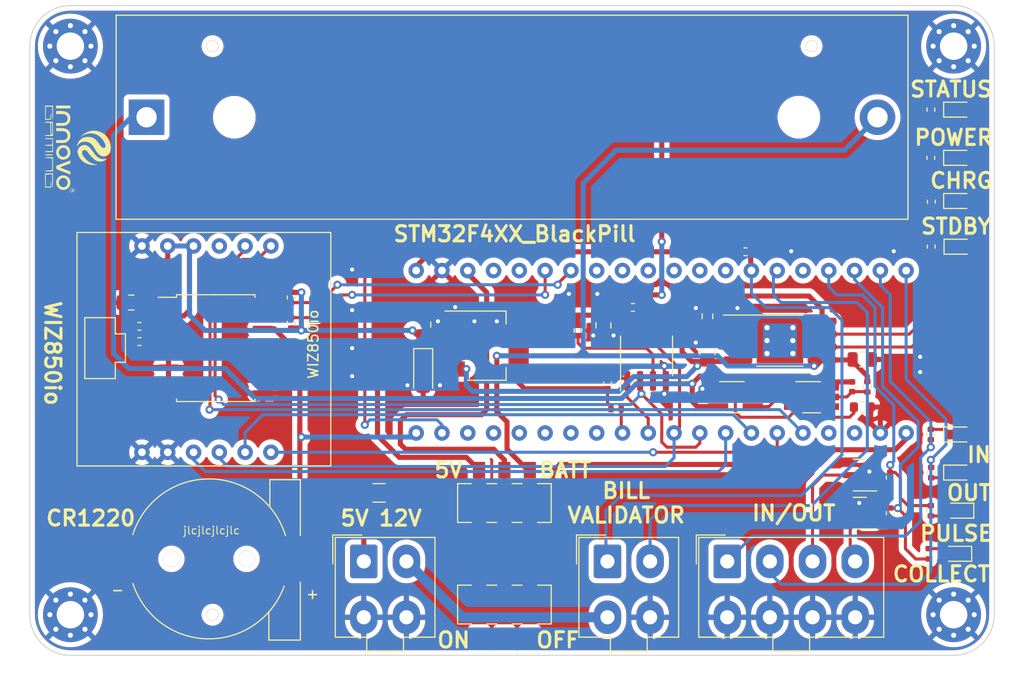
<source format=kicad_pcb>
(kicad_pcb (version 20211014) (generator pcbnew)
  (layers (0 "F.Cu" signal) (31 "B.Cu" signal) (34 "B.Paste" user) (35 "F.Paste" user) (36 "B.SilkS" user "B.Silkscreen") (37 "F.SilkS" user "F.Silkscreen") (38 "B.Mask" user) (39 "F.Mask" user) (44 "Edge.Cuts" user))
  (net 0 "")
  (net 1 "Net-(C202-Pad2)")
  (net 2 "3.3V")
  (net 3 "Net-(D201-Pad1)")
  (net 4 "I2C1_SCL")
  (net 5 "Net-(D202-Pad1)")
  (net 6 "BAT+")
  (net 7 "CHRG")
  (net 8 "Net-(D902-Pad1)")
  (net 9 "STDBY")
  (net 10 "Net-(Q901-Pad1)")
  (net 11 "GND")
  (net 12 "Net-(D301-Pad1)")
  (net 13 "POWER+")
  (net 14 "Net-(D401-Pad1)")
  (net 15 "USART1_RX")
  (net 16 "5V_IN")
  (net 17 "Net-(Q902-Pad1)")
  (net 18 "CS_EEPROM")
  (net 19 "Net-(R201-Pad2)")
  (net 20 "I2C1_SDA")
  (net 21 "METER_OUT")
  (net 22 "Net-(D901-Pad1)")
  (net 23 "METER_IN")
  (net 24 "Net-(R202-Pad2)")
  (net 25 "BILL_OUT")
  (net 26 "Net-(D903-Pad2)")
  (net 27 "Net-(R701-Pad2)")
  (net 28 "COLLECT_OUT")
  (net 29 "Net-(D904-Pad2)")
  (net 30 "Net-(R703-Pad2)")
  (net 31 "OD")
  (net 32 "OC")
  (net 34 "BAT-")
  (net 37 "OUT2")
  (net 38 "OUT1")
  (net 39 "DC-DC")
  (net 40 "SPI1_MISO")
  (net 41 "SPI_MOSI")
  (net 42 "SPI1_SCK")
  (net 44 "+BATT")
  (net 45 "SPI1_MOSI")
  (net 46 "CS_WIZ5500")
  (net 47 "WIZ5500_INT")
  (net 48 "WIZ5500_RST")
  (net 50 "STATUS_LED")
  (net 51 "PC14")
  (net 52 "PC15")
  (net 55 "PA1")
  (net 56 "PA2")
  (net 57 "PB10")
  (net 58 "PA8")
  (net 59 "USART1_TX")
  (net 60 "PA11")
  (net 61 "PA12")
  (net 62 "PA15")
  (net 63 "PB3")
  (net 64 "PB4")
  (net 65 "PB5")
  (net 66 "PB8")
  (net 67 "PB9")
  (net 68 "+12V")
  (net 69 "Net-(F101-Pad1)")
  (net 70 "+5VP")
  (net 71 "3V3")
  (net 72 "Net-(R801-Pad1)")
  (net 73 "Net-(R802-Pad1)")
  (footprint "LED_SMD:LED_0603_1608Metric" (layer "F.Cu") (at 137.5 76)
    (fp_text reference "D901")
    (fp_text value "GREEN")
  )
  (footprint "Capacitor_SMD:C_0805_2012Metric" (layer "F.Cu") (at 128 64.86 180)
    (fp_text reference "C203")
    (fp_text value "10u")
  )
  (footprint "Resistor_SMD:R_0402_1005Metric" (layer "F.Cu") (at 130.75 80 90)
    (fp_text reference "R906")
    (fp_text value "330")
  )
  (footprint "Resistor_SMD:R_0402_1005Metric" (layer "F.Cu") (at 134.75 72.25 90)
    (fp_text reference "R902")
    (fp_text value "1K")
  )
  (footprint "Package_TO_SOT_SMD:SOT-23" (layer "F.Cu") (at 127.75 80 180)
    (fp_text reference "Q902")
    (fp_text value "MMBT3904")
  )
  (footprint "Capacitor_SMD:C_0805_2012Metric" (layer "F.Cu") (at 84.758 61.427 90)
    (fp_text reference "C302")
    (fp_text value "22u")
  )
  (footprint "Library:SLIDE SWITCH VERTICAL SMD" (layer "F.Cu") (at 92.75 79)
    (fp_text reference "SW102")
    (fp_text value "SW_SPDT")
  )
  (footprint "Library:Molex_Mini-Fit_Jr_5566-04A" (layer "F.Cu") (at 80.85 87.6)
    (fp_text reference "J101")
    (fp_text value "Conn_01x04_Male")
  )
  (footprint "LED_SMD:LED_0603_1608Metric" (layer "F.Cu") (at 137.5 49.25)
    (fp_text reference "D201")
    (fp_text value "ORANGE")
  )
  (footprint "Resistor_SMD:R_0402_1005Metric" (layer "F.Cu") (at 103.75 69.75)
    (fp_text reference "R401")
    (fp_text value "10k")
  )
  (footprint "Resistor_SMD:R_0402_1005Metric" (layer "F.Cu") (at 134.7875 76 -90)
    (fp_text reference "R901")
    (fp_text value "1K")
  )
  (footprint "Resistor_SMD:R_0402_1005Metric" (layer "F.Cu") (at 116.5 54.25 180)
    (fp_text reference "R601")
    (fp_text value "10k")
  )
  (footprint "Resistor_SMD:R_0402_1005Metric" (layer "F.Cu") (at 56.8 63.1 180)
    (fp_text reference "R802")
    (fp_text value "4k7")
  )
  (footprint "Resistor_SMD:R_0402_1005Metric" (layer "F.Cu") (at 100 62 -90)
    (fp_text reference "R701")
    (fp_text value "4K7")
  )
  (footprint "LED_SMD:LED_0603_1608Metric" (layer "F.Cu") (at 137.5 45)
    (fp_text reference "D301")
    (fp_text value "RED")
  )
  (footprint "Capacitor_SMD:C_0805_2012Metric" (layer "F.Cu") (at 56 59.25 180)
    (fp_text reference "C801")
    (fp_text value "0.1u")
  )
  (footprint "Resistor_SMD:R_0603_1608Metric" (layer "F.Cu") (at 128 69.55 180)
    (fp_text reference "R202")
    (fp_text value "2K")
  )
  (footprint "Package_SO:SOP-8-1EP_4.57x4.57mm_P1.27mm_EP4.57x4.45mm_ThermalVias" (layer "F.Cu") (at 119.89 63)
    (fp_text reference "U201")
    (fp_text value "TP4056")
  )
  (footprint "Library:Molex_Mini-Fit_Jr_5566-04A" (layer "F.Cu") (at 104.85 87.6)
    (fp_text reference "J601")
    (fp_text value "Conn_01x04_Male")
  )
  (footprint "LED_SMD:LED_0603_1608Metric" (layer "F.Cu") (at 137.5 72.25)
    (fp_text reference "D902")
    (fp_text value "GREEN")
  )
  (footprint "Library:SLIDE SWITCH VERTICAL SMD" (layer "F.Cu") (at 92.75 89)
    (fp_text reference "SW101")
    (fp_text value "SW_SPDT")
  )
  (footprint "Package_SO:SOIC-16W_7.5x10.3mm_P1.27mm" (layer "F.Cu") (at 64.3136 63.7428)
    (fp_text reference "U801")
    (fp_text value "DS3231M")
  )
  (footprint "Resistor_SMD:R_0402_1005Metric" (layer "F.Cu") (at 134.75 79.76 -90)
    (fp_text reference "R903")
    (fp_text value "1K")
  )
  (footprint "LED_SMD:LED_0603_1608Metric" (layer "F.Cu") (at 137.5 40.25)
    (fp_text reference "D401")
    (fp_text value "GREEN")
  )
  (footprint "Library:LOGO" (layer "F.Cu") (at 50.75 44 -90)
    (fp_text reference "G***")
    (fp_text value "LOGO" hide)
  )
  (footprint "Package_TO_SOT_SMD:TSOT-23-6_HandSoldering" (layer "F.Cu") (at 115.5 68.55)
    (fp_text reference "U203")
    (fp_text value "FS8205")
  )
  (footprint "Capacitor_SMD:C_0402_1005Metric" (layer "F.Cu") (at 127 67.55 -90)
    (fp_text reference "C202")
    (fp_text value "100n")
  )
  (footprint "Resistor_SMD:R_0603_1608Metric" (layer "F.Cu") (at 112.75 60.61 -90)
    (fp_text reference "R201")
    (fp_text value "2K")
  )
  (footprint "Fuse:Fuse_1206_3216Metric" (layer "F.Cu") (at 80.4 78)
    (property "Reference" "F101")
    (property "Value" "1A")
    (fp_text reference "F101")
    (fp_text value "1A")
  )
  (footprint "Resistor_SMD:R_0402_1005Metric" (layer "F.Cu") (at 128.5 67.55 90)
    (fp_text reference "R203")
    (fp_text value "100")
  )
  (footprint "Capacitor_Tantalum_SMD:CP_EIA-3216-18_Kemet-A" (layer "F.Cu") (at 84.75 66.1 -90)
    (fp_text reference "C301")
    (fp_text value "10u/16v")
  )
  (footprint "Resistor_SMD:R_0402_1005Metric" (layer "F.Cu") (at 105.407 59.732)
    (fp_text reference "R703")
    (fp_text value "4k7")
  )
  (footprint "Battery:BatteryHolder_MPD_BH-18650-PC2" (layer "F.Cu") (at 57.5 41)
    (fp_text reference "J201" hide)
    (fp_text value "BAT LI-iON")
  )
  (footprint "Library:molex_Mini-Fit_Jr_5566-08A" (layer "F.Cu") (at 121.05 87.25)
    (fp_text reference "J901")
    (fp_text value "Conn_01x08_Female")
  )
  (footprint "LED_SMD:LED_0603_1608Metric" (layer "F.Cu") (at 137.2875 84 180)
    (fp_text reference "D904")
    (fp_text value "GREEN")
  )
  (footprint "Resistor_SMD:R_0402_1005Metric" (layer "F.Cu") (at 134.761 40.25 90)
    (fp_text reference "R403")
    (fp_text value "1K")
  )
  (footprint "Package_TO_SOT_SMD:TSOT-23-6_HandSoldering" (layer "F.Cu") (at 123 68.55)
    (fp_text reference "U202")
    (fp_text value "FS312")
  )
  (footprint "Resistor_SMD:R_0402_1005Metric" (layer "F.Cu") (at 134.8008 49.32 90)
    (fp_text reference "R204")
    (fp_text value "1K")
  )
  (footprint "Resistor_SMD:R_0402_1005Metric" (layer "F.Cu") (at 134.5375 84 90)
    (fp_text reference "R905")
    (fp_text value "1K")
  )
  (footprint "Resistor_SMD:R_0402_1005Metric" (layer "F.Cu") (at 134.75 45 -90)
    (fp_text reference "R301")
    (fp_text value "1K")
  )
  (footprint "Resistor_SMD:R_0402_1005Metric" (layer "F.Cu") (at 71.75 61.25 -90)
    (fp_text reference "R804")
    (fp_text value "1K5")
  )
  (footprint "Package_SO:SOIC-8_3.9x4.9mm_P1.27mm" (layer "F.Cu") (at 106.75 64.5 90)
    (fp_text reference "U701")
    (fp_text value "25LCxxx")
  )
  (footprint "LED_SMD:LED_0603_1608Metric" (layer "F.Cu") (at 137.5 79.75 180)
    (fp_text reference "D903")
    (fp_text value "GREEN")
  )
  (footprint "Resistor_SMD:R_0402_1005Metric" (layer "F.Cu") (at 102.907 67.232 90)
    (fp_text reference "R702")
    (fp_text value "4k7")
  )
  (footprint "Resistor_SMD:R_0402_1005Metric" (layer "F.Cu") (at 56.8 61.6 180)
    (fp_text reference "R801")
    (fp_text value "4k7")
  )
  (footprint "Resistor_SMD:R_0402_1005Metric" (layer "F.Cu") (at 134.7875 53.74 90)
    (fp_text reference "R205")
    (fp_text value "1K")
  )
  (footprint "Library:cr1220" (layer "F.Cu") (at 63.65 84.5 180)
    (fp_text reference "BT801")
    (fp_text value "Battery_Cell")
    (fp_circle (center -3.75 0) (end -3.05 0) (layer "Edge.Cuts") (width 0.12) (fill none))
    (fp_circle (center 3.75 0) (end 4.45 0) (layer "Edge.Cuts") (width 0.12) (fill none))
  )
  (footprint "LED_SMD:LED_0603_1608Metric" (layer "F.Cu") (at 137.5375 53.75)
    (fp_text reference "D202")
    (fp_text value "GREEN")
  )
  (footprint "Capacitor_SMD:C_0805_2012Metric" (layer "F.Cu") (at 112.75 64.11 90)
    (fp_text reference "C201")
    (fp_text value "10u")
  )
  (footprint "Resistor_SMD:R_0402_1005Metric" (layer "F.Cu") (at 130.75 76.5 90)
    (fp_text reference "R904")
    (fp_text value "330")
  )
  (footprint "Package_TO_SOT_SMD:SOT-23" (layer "F.Cu") (at 127.75 76.25 180)
    (fp_text reference "Q901")
    (fp_text value "MMBT3904")
  )
  (footprint "MountingHole:MountingHole_2.7mm_Pad_Via" (layer "F.Cu") (at 50 34)
    (fp_text reference "H4")
    (fp_text value "MountingHole_Pad")
  )
  (footprint "Resistor_SMD:R_0402_1005Metric" (layer "F.Cu") (at 71.75 58.75 90)
    (fp_text reference "R803")
    (fp_text value "1K5")
  )
  (footprint "MountingHole:MountingHole_2.7mm_Pad_Via" (layer "F.Cu") (at 50 90)
    (fp_text reference "H3")
    (fp_text value "MountingHole_Pad")
  )
  (footprint "Library:STM32F401_BlackPill" (layer "F.Cu") (at 108.4 64.3 -90)
    (fp_text reference "U401")
    (fp_text value "STM32F401_BlackPill")
  )
  (footprint "Package_TO_SOT_SMD:SOT-223-3_TabPin2" (layer "F.Cu") (at 91 63.5)
    (fp_text reference "U301")
    (fp_text value "AMS1117-3.3")
  )
  (footprint "MountingHole:MountingHole_2.7mm_Pad_Via" (layer "F.Cu") (at 137 90)
    (fp_text reference "H2")
    (fp_text value "MountingHole_Pad")
  )
  (footprint "Capacitor_SMD:C_0805_2012Metric" (layer "F.Cu") (at 102.5 61.5 -90)
    (fp_text reference "C701")
    (fp_text value "0.1u")
  )
  (footprint "Library:WIZ850IO" (layer "F.Cu") (at 62.42 63.74 90)
    (fp_text reference "U501")
    (fp_text value "WIZ850IO")
  )
  (footprint "MountingHole:MountingHole_2.7mm_Pad_Via" (layer "F.Cu") (at 137 34)
    (property "Reference" "H1")
    (property "Value" "MountingHole_Pad")
    (fp_text reference "H1")
    (fp_text value "MountingHole_Pad")
  )
  (gr_arc (start 137 30) (mid 139.828427 31.171573) (end 141 34) (layer "Edge.Cuts") (width 0.1))
  (gr_arc (start 141 90) (mid 139.828427 92.828427) (end 137 94) (layer "Edge.Cuts") (width 0.1))
  (gr_circle (center 64 34) (end 64.576 34) (layer "Edge.Cuts") (width 0.05) (fill none))
  (gr_line (start 141 90) (end 141 34) (layer "Edge.Cuts") (width 0.1))
  (gr_line (start 137 30) (end 50 30) (layer "Edge.Cuts") (width 0.1))
  (gr_line (start 46 34) (end 46 90) (layer "Edge.Cuts") (width 0.1))
  (gr_arc (start 46 34) (mid 47.171573 31.171573) (end 50 30) (layer "Edge.Cuts") (width 0.1))
  (gr_arc (start 50 94) (mid 47.171573 92.828427) (end 46 90) (layer "Edge.Cuts") (width 0.1))
  (gr_circle (center 123 34) (end 123.576 34) (layer "Edge.Cuts") (width 0.05) (fill none))
  (gr_circle (center 64 90) (end 64.576 90) (layer "Edge.Cuts") (width 0.05) (fill none))
  (gr_line (start 50 94) (end 137 94) (layer "Edge.Cuts") (width 0.1))
  (gr_text "12V" (at 82.5 80.5) (layer "F.SilkS") (effects (font (size 1.5 1.5) (thickness 0.3))))
  (gr_text "OFF" (at 98 92.5) (layer "F.SilkS") (effects (font (size 1.5 1.5) (thickness 0.3))))
  (gr_text "COLLECT" (at 135.7875 86) (layer "F.SilkS") (effects (font (size 1.5 1.5) (thickness 0.3))))
  (gr_text "BATT" (at 98.75 75.75) (layer "F.SilkS") (effects (font (size 1.5 1.5) (thickness 0.3))))
  (gr_text "5V\n" (at 87.25 75.75) (layer "F.SilkS") (effects (font (size 1.5 1.5) (thickness 0.3))))
  (gr_text "STM32F4XX_BlackPill" (at 93.75 52.5) (layer "F.SilkS") (effects (font (size 1.5 1.5) (thickness 0.3))))
  (gr_text "IN" (at 139.5 74.25) (layer "F.SilkS") (effects (font (size 1.5 1.5) (thickness 0.3))))
  (gr_text "IN/OUT" (at 121.25 80) (layer "F.SilkS") (effects (font (size 1.5 1.5) (thickness 0.3))))
  (gr_text "5V" (at 78 80.5) (layer "F.SilkS") (effects (font (size 1.5 1.5) (thickness 0.3))))
  (gr_text "OUT" (at 138.5 78) (layer "F.SilkS") (effects (font (size 1.5 1.5) (thickness 0.3))))
  (gr_text "ON" (at 87.75 92.5) (layer "F.SilkS") (effects (font (size 1.5 1.5) (thickness 0.3))))
  (gr_text "PULSE" (at 137.25 82) (layer "F.SilkS") (effects (font (size 1.5 1.5) (thickness 0.3))))
  (gr_text "STATUS" (at 136.75 38.25) (layer "F.SilkS") (effects (font (size 1.5 1.5) (thickness 0.3))))
  (gr_text "CR1220" (at 52 80.5) (layer "F.SilkS") (effects (font (size 1.5 1.5) (thickness 0.3))))
  (gr_text "WIZ850io" (at 48.25 64.25 270) (layer "F.SilkS") (effects (font (size 1.5 1.5) (thickness 0.3))))
  (gr_text "POWER" (at 137 43) (layer "F.SilkS") (effects (font (size 1.5 1.5) (thickness 0.3))))
  (gr_text "BILL\nVALIDATOR" (at 104.75 79) (layer "F.SilkS") (effects (font (size 1.5 1.5) (thickness 0.3))))
  (gr_text "jlcjlcjlcjlc" (at 63.9 81.7) (layer "F.SilkS") (effects (font (size 0.75 0.75) (thickness 0.1))))
  (gr_text "STDBY" (at 137.25 51.75) (layer "F.SilkS") (effects (font (size 1.5 1.5) (thickness 0.3))))
  (gr_text "CHRG" (at 137.75 47.25) (layer "F.SilkS") (effects (font (size 1.5 1.5) (thickness 0.3))))
  (segment (start 124.71 68.55) (end 126.48 68.55) (width 0.3) (layer "F.Cu") (net 1))
  (segment (start 126.48 68.55) (end 127 68.03) (width 0.3) (layer "F.Cu") (net 1))
  (segment (start 128.47 68.03) (end 128.5 68.06) (width 0.3) (layer "F.Cu") (net 1))
  (segment (start 127 68.03) (end 128.47 68.03) (width 0.3) (layer "F.Cu") (net 1))
  (segment (start 94.15 67.15) (end 94.15 63.5) (width 0.5) (layer "F.Cu") (net 2))
  (segment (start 56.29 61.6) (end 56.29 61.01) (width 0.5) (layer "F.Cu") (net 2))
  (segment (start 104.897 59.732) (end 104.897 61.973) (width 0.5) (layer "F.Cu") (net 2))
  (segment (start 103.24 69.49) (end 102.907 69.157) (width 0.3) (layer "F.Cu") (net 2))
  (segment (start 104.897 59.732) (end 102.768 59.732) (width 0.5) (layer "F.Cu") (net 2))
  (segment (start 102.907 69.157) (end 102.907 67.742) (width 0.3) (layer "F.Cu") (net 2))
  (segment (start 94.742 67.742) (end 94.15 67.15) (width 0.5) (layer "F.Cu") (net 2))
  (segment (start 132.5 39.25) (end 131.75 38.5) (width 0.5) (layer "F.Cu") (net 2))
  (segment (start 59.59 54.91) (end 59.59 53.68) (width 0.5) (layer "F.Cu") (net 2))
  (segment (start 56.95 60.35) (end 56.95 59.25) (width 0.5) (layer "F.Cu") (net 2))
  (segment (start 102.768 59.732) (end 102.5 60) (width 0.5) (layer "F.Cu") (net 2))
  (segment (start 132.5 41.25) (end 132.5 39.25) (width 0.5) (layer "F.Cu") (net 2))
  (segment (start 137.25 42.25) (end 133.5 42.25) (width 0.5) (layer "F.Cu") (net 2))
  (segment (start 83.7 62) (end 84.077 62.377) (width 0.5) (layer "F.Cu") (net 2))
  (segment (start 61.75 60) (end 61.73 59.98) (width 0.3) (layer "F.Cu") (net 2))
  (segment (start 104.897 61.973) (end 104.845 62.025) (width 0.5) (layer "F.Cu") (net 2))
  (segment (start 138.2875 72.25) (end 138.2875 76) (width 0.5) (layer "F.Cu") (net 2))
  (segment (start 138.325 72.2125) (end 138.2875 72.25) (width 0.3) (layer "F.Cu") (net 2))
  (segment (start 94.7 60.5) (end 94.1 61.1) (width 0.5) (layer "F.Cu") (net 2))
  (segment (start 100 61.49) (end 100 60.5) (width 0.5) (layer "F.Cu") (net 2))
  (segment (start 100 60.5) (end 102.45 60.5) (width 0.5) (layer "F.Cu") (net 2))
  (segment (start 131.75 38.5) (end 109.25 38.5) (width 0.5) (layer "F.Cu") (net 2))
  (segment (start 138.2875 49.25) (end 138.2875 45) (width 0.5) (layer "F.Cu") (net 2))
  (segment (start 71.76 58.25) (end 71.75 58.24) (width 0.5) (layer "F.Cu") (net 2))
  (segment (start 138.325 49.2875) (end 138.2875 49.25) (width 0.3) (layer "F.Cu") (net 2))
  (segment (start 103.24 69.75) (end 103.24 69.49) (width 0.3) (layer "F.Cu") (net 2))
  (segment (start 105.5 58.5) (end 104.897 59.103) (width 0.5) (layer "F.Cu") (net 2))
  (segment (start 138.2875 45) (end 138.2875 43.2875) (width 0.5) (layer "F.Cu") (net 2))
  (segment (start 94.1 61.1) (end 94.1 63.45) (width 0.5) (layer "F.Cu") (net 2))
  (segment (start 87 63.5) (end 85.877 62.377) (width 0.5) (layer "F.Cu") (net 2))
  (segment (start 133.5 42.25) (end 132.5 41.25) (width 0.5) (layer "F.Cu") (net 2))
  (segment (start 104.897 59.103) (end 104.897 59.732) (width 0.5) (layer "F.Cu") (net 2))
  (segment (start 138.325 53.75) (end 138.325 49.2875) (width 0.5) (layer "F.Cu") (net 2))
  (segment (start 102.45 60.5) (end 102.5 60.55) (width 0.5) (layer "F.Cu") (net 2))
  (segment (start 59.6636 60.5678) (end 61.1822 60.5678) (width 0.5) (layer "F.Cu") (net 2))
  (segment (start 102.5 60) (end 102.5 60.55) (width 0.5) (layer "F.Cu") (net 2))
  (segment (start 84.077 62.377) (end 84.758 62.377) (width 0.5) (layer "F.Cu") (net 2))
  (segment (start 94.1 63.45) (end 94.15 63.5) (width 0.5) (layer "F.Cu") (net 2))
  (segment (start 108.25 58.5) (end 105.5 58.5) (width 0.5) (layer "F.Cu") (net 2))
  (segment (start 56.29 63.1) (end 56.29 61.6) (width 0.5) (layer "F.Cu") (net 2))
  (segment (start 72.51 61.76) (end 72.75 62) (width 0.5) (layer "F.Cu") (net 2))
  (segment (start 56.95 59.25) (end 56.95 57.55) (width 0.5) (layer "F.Cu") (net 2))
  (segment (start 61.1822 60.5678) (end 61.75 60) (width 0.5) (layer "F.Cu") (net 2))
  (segment (start 109.25 38.5) (end 108.248 39.502) (width 0.5) (layer "F.Cu") (net 2))
  (segment (start 87.85 63.5) (end 87 63.5) (width 0.5) (layer "F.Cu") (net 2))
  (segment (start 108.248 39.502) (end 108.248 53.252) (width 0.5) (layer "F.Cu") (net 2))
  (segment (start 61.73 59.98) (end 61.73 54.08) (width 0.5) (layer "F.Cu") (net 2))
  (segment (start 56.95 57.55) (end 59.59 54.91) (width 0.5) (layer "F.Cu") (net 2))
  (segment (start 100 60.5) (end 94.7 60.5) (width 0.5) (layer "F.Cu") (net 2))
  (segment (start 71.75 61.76) (end 72.51 61.76) (width 0.5) (layer "F.Cu") (net 2))
  (segment (start 85.877 62.377) (end 84.758 62.377) (width 0.5) (layer "F.Cu") (net 2))
  (segment (start 138.325 53.75) (end 138.325 72.2125) (width 0.5) (layer "F.Cu") (net 2))
  (segment (start 72.75 58.25) (end 71.76 58.25) (width 0.5) (layer "F.Cu") (net 2))
  (segment (start 102.907 67.742) (end 94.742 67.742) (width 0.5) (layer "F.Cu") (net 2))
  (segment (start 56.29 61.01) (end 56.95 60.35) (width 0.5) (layer "F.Cu") (net 2))
  (segment (start 138.2875 43.2875) (end 137.25 42.25) (width 0.5) (layer "F.Cu") (net 2))
  (via (at 72.75 62) (size 0.8) (drill 0.4) (layers "F.Cu" "B.Cu") (net 2))
  (via (at 108.25 58.5) (size 0.8) (drill 0.4) (layers "F.Cu" "B.Cu") (net 2))
  (via (at 72.75 58.25) (size 0.8) (drill 0.4) (layers "F.Cu" "B.Cu") (net 2))
  (via (at 108.248 53.252) (size 0.8) (drill 0.4) (layers "F.Cu" "B.Cu") (net 2))
  (via (at 83.7 62) (size 0.8) (drill 0.4) (layers "F.Cu" "B.Cu") (net 2))
  (segment (start 61.73 60.48) (end 61.73 54.08) (width 0.5) (layer "B.Cu") (net 2))
  (segment (start 63.25 62) (end 61.73 60.48) (width 0.5) (layer "B.Cu") (net 2))
  (segment (start 108.25 58.5) (end 108.248 58.498) (width 0.5) (layer "B.Cu") (net 2))
  (segment (start 108.248 58.498) (end 108.248 53.252) (width 0.5) (layer "B.Cu") (net 2))
  (segment (start 72.75 58.25) (end 72.75 62) (width 0.5) (layer "B.Cu") (net 2))
  (segment (start 72.75 62) (end 63.25 62) (width 0.5) (layer "B.Cu") (net 2))
  (segment (start 62.13 53.68) (end 59.59 53.68) (width 0.5) (layer "B.Cu") (net 2))
  (segment (start 83.7 62) (end 72.75 62) (width 0.5) (layer "B.Cu") (net 2))
  (segment (start 136.25 48.75) (end 134.8608 48.75) (width 0.3) (layer "F.Cu") (net 3))
  (segment (start 134.8608 48.75) (end 134.8008 48.81) (width 0.3) (layer "F.Cu") (net 3))
  (segment (start 136.7125 49.2125) (end 136.25 48.75) (width 0.3) (layer "F.Cu") (net 3))
  (segment (start 136.7125 49.25) (end 136.7125 49.2125) (width 0.3) (layer "F.Cu") (net 3))
  (segment (start 71.75 59.26) (end 69.0014 59.26) (width 0.3) (layer "F.Cu") (net 4))
  (segment (start 69.0014 59.26) (end 68.9636 59.2978) (width 0.3) (layer "F.Cu") (net 4))
  (segment (start 74.54 59.26) (end 71.75 59.26) (width 0.3) (layer "F.Cu") (net 4))
  (segment (start 76.3 57.5) (end 74.54 59.26) (width 0.3) (layer "F.Cu") (net 4))
  (segment (start 98 57.4) (end 99.3 56.1) (width 0.3) (layer "F.Cu") (net 4))
  (segment (start 98 57.5) (end 98 57.4) (width 0.3) (layer "F.Cu") (net 4))
  (via (at 76.3 57.5) (size 0.8) (drill 0.4) (layers "F.Cu" "B.Cu") (net 4))
  (via (at 98 57.5) (size 0.8) (drill 0.4) (layers "F.Cu" "B.Cu") (net 4))
  (segment (start 76.3 57.5) (end 98 57.5) (width 0.3) (layer "B.Cu") (net 4))
  (segment (start 136.23 53.23) (end 134.7875 53.23) (width 0.3) (layer "F.Cu") (net 5))
  (segment (start 136.75 53.75) (end 136.23 53.23) (width 0.3) (layer "F.Cu") (net 5))
  (segment (start 93.008 71.008) (end 93.008 73.708) (width 0.5) (layer "F.Cu") (net 6))
  (segment (start 124.04 64.905) (end 127.005 64.905) (width 0.5) (layer "F.Cu") (net 6))
  (segment (start 127.05 64.86) (end 127.05 65.05) (width 0.5) (layer "F.Cu") (net 6))
  (segment (start 92 64.5) (end 92 70) (width 0.5) (layer "F.Cu") (net 6))
  (segment (start 127.05 65.05) (end 128.5 66.5) (width 0.5) (layer "F.Cu") (net 6))
  (segment (start 123.445 65.5) (end 124.04 64.905) (width 0.5) (layer "F.Cu") (net 6))
  (segment (start 123.25 65.5) (end 123.445 65.5) (width 0.5) (layer "F.Cu") (net 6))
  (segment (start 127.005 64.905) (end 127.05 64.86) (width 0.5) (layer "F.Cu") (net 6))
  (segment (start 95.25 75.75) (end 95.05 75.75) (width 0.3) (layer "F.Cu") (net 6))
  (segment (start 128.5 66.5) (end 128.5 67.04) (width 0.5) (layer "F.Cu") (net 6))
  (segment (start 93.008 73.708) (end 95.05 75.75) (width 0.5) (layer "F.Cu") (net 6))
  (segment (start 92 70) (end 93.008 71.008) (width 0.5) (layer "F.Cu") (net 6))
  (via (at 92 64.5) (size 0.8) (drill 0.4) (layers "F.Cu" "B.Cu") (net 6))
  (via (at 123.25 65.5) (size 0.8) (drill 0.4) (layers "F.Cu" "B.Cu") (net 6))
  (segment (start 114.75 65.5) (end 123.25 65.5) (width 0.5) (layer "B.Cu") (net 6))
  (segment (start 100.75 64.5) (end 101 64.5) (width 0.5) (layer "B.Cu") (net 6))
  (segment (start 100 64.5) (end 99.75 64.5) (width 0.5) (layer "B.Cu") (net 6))
  (segment (start 126.25 44.25) (end 129.5 41) (width 0.5) (layer "B.Cu") (net 6))
  (segment (start 100.512 63.988) (end 100 64.5) (width 0.5) (layer "B.Cu") (net 6))
  (segment (start 100.512 64.262) (end 100.512 63.988) (width 0.5) (layer "B.Cu") (net 6))
  (segment (start 100.512 64.012) (end 101 64.5) (width 0.5) (layer "B.Cu") (net 6))
  (segment (start 113.75 64.5) (end 114.75 65.5) (width 0.5) (layer "B.Cu") (net 6))
  (segment (start 100.75 64.5) (end 100.512 64.262) (width 0.5) (layer "B.Cu") (net 6))
  (segment (start 101 64.5) (end 113.75 64.5) (width 0.5) (layer "B.Cu") (net 6))
  (segment (start 99.75 64.5) (end 100.75 64.5) (width 0.5) (layer "B.Cu") (net 6))
  (segment (start 92 64.5) (end 99.75 64.5) (width 0.5) (layer "B.Cu") (net 6))
  (segment (start 100.512 63.988) (end 100.512 47.488) (width 0.5) (layer "B.Cu") (net 6))
  (segment (start 103.75 44.25) (end 126.25 44.25) (width 0.5) (layer "B.Cu") (net 6))
  (segment (start 100.512 47.488) (end 103.75 44.25) (width 0.5) (layer "B.Cu") (net 6))
  (segment (start 100.512 63.988) (end 100.512 64.012) (width 0.5) (layer "B.Cu") (net 6))
  (segment (start 132.635 62.365) (end 124.04 62.365) (width 0.3) (layer "F.Cu") (net 7))
  (segment (start 134.8008 49.83) (end 133.75 50.8808) (width 0.3) (layer "F.Cu") (net 7))
  (segment (start 133.75 61.25) (end 132.635 62.365) (width 0.3) (layer "F.Cu") (net 7))
  (segment (start 133.75 50.8808) (end 133.75 61.25) (width 0.3) (layer "F.Cu") (net 7))
  (segment (start 136.2125 71.75) (end 134.76 71.75) (width 0.3) (layer "F.Cu") (net 8))
  (segment (start 136.7125 72.25) (end 136.2125 71.75) (width 0.3) (layer "F.Cu") (net 8))
  (segment (start 134.76 71.75) (end 134.75 71.74) (width 0.3) (layer "F.Cu") (net 8))
  (segment (start 124.04 63.635) (end 132.865 63.635) (width 0.3) (layer "F.Cu") (net 9))
  (segment (start 132.865 63.635) (end 134.7875 61.7125) (width 0.3) (layer "F.Cu") (net 9))
  (segment (start 134.7875 61.7125) (end 134.7875 54.25) (width 0.3) (layer "F.Cu") (net 9))
  (segment (start 128.6875 77.2) (end 130.56 77.2) (width 0.3) (layer "F.Cu") (net 10))
  (segment (start 130.56 77.2) (end 130.75 77.01) (width 0.3) (layer "F.Cu") (net 10))
  (segment (start 133.7 66.1) (end 129.78 70.02) (width 0.5) (layer "F.Cu") (net 11))
  (segment (start 99.1 58.4) (end 101.9 58.4) (width 0.5) (layer "F.Cu") (net 11))
  (segment (start 112.75 63.16) (end 113.55 63.16) (width 0.5) (layer "F.Cu") (net 11))
  (segment (start 129.78 70.02) (end 129.78 72.1) (width 0.5) (layer "F.Cu") (net 11))
  (segment (start 103.5 62.5) (end 102.55 62.5) (width 0.5) (layer "F.Cu") (net 11))
  (segment (start 108.5 68.25) (end 108.655 68.095) (width 0.5) (layer "F.Cu") (net 11))
  (segment (start 108.5 66.82) (end 108.655 66.975) (width 0.3) (layer "F.Cu") (net 11))
  (segment (start 113.64 67.75) (end 113.79 67.6) (width 0.5) (layer "F.Cu") (net 11))
  (segment (start 108.5 65.5) (end 108.5 66.82) (width 0.3) (layer "F.Cu") (net 11))
  (segment (start 112.25 67.75) (end 113.64 67.75) (width 0.5) (layer "F.Cu") (net 11))
  (segment (start 114.025 63.635) (end 115.74 63.635) (width 0.5) (layer "F.Cu") (net 11))
  (segment (start 102.45 62.5) (end 102.5 62.45) (width 0.5) (layer "F.Cu") (net 11))
  (segment (start 113.55 63.16) (end 114.025 63.635) (width 0.5) (layer "F.Cu") (net 11))
  (segment (start 102.55 62.5) (end 102.5 62.45) (width 0.5) (layer "F.Cu") (net 11))
  (segment (start 108.655 68.095) (end 108.655 66.975) (width 0.5) (layer "F.Cu") (net 11))
  (segment (start 133.7 66.1) (end 133.7 64.6) (width 0.5) (layer "F.Cu") (net 11))
  (segment (start 101.5 62.5) (end 102.45 62.5) (width 0.5) (layer "F.Cu") (net 11))
  (via (at 77.75 60) (size 0.8) (drill 0.4) (layers "F.Cu" "B.Cu") (net 11))
  (via (at 77.75 66.5) (size 0.8) (drill 0.4) (layers "F.Cu" "B.Cu") (net 11))
  (via (at 112.25 67.75) (size 0.8) (drill 0.4) (layers "F.Cu" "B.Cu") (net 11))
  (via (at 111.6 63.2) (size 0.8) (drill 0.4) (layers "F.Cu" "B.Cu") (net 11))
  (via (at 127.7 79) (size 0.8) (drill 0.4) (layers "F.Cu" "B.Cu") (net 11))
  (via (at 86.2 61.1) (size 0.8) (drill 0.4) (layers "F.Cu" "B.Cu") (net 11))
  (via (at 101.5 62.5) (size 0.8) (drill 0.4) (layers "F.Cu" "B.Cu") (net 11))
  (via (at 77.75 56) (size 0.8) (drill 0.4) (layers "F.Cu" "B.Cu") (net 11))
  (via (at 83.2 67.4) (size 0.8) (drill 0.4) (layers "F.Cu" "B.Cu") (net 11))
  (via (at 131.1 54.2) (size 0.8) (drill 0.4) (layers "F.Cu" "B.Cu") (net 11))
  (via (at 108.5 68.25) (size 0.8) (drill 0.4) (layers "F.Cu" "B.Cu") (net 11))
  (via (at 99.1 58.4) (size 0.8) (drill 0.4) (layers "F.Cu" "B.Cu") (net 11))
  (via (at 108.5 65.5) (size 0.8) (drill 0.4) (layers "F.Cu" "B.Cu") (net 11))
  (via (at 101.9 58.4) (size 0.8) (drill 0.4) (layers "F.Cu" "B.Cu") (net 11))
  (via (at 87.9 59.7) (size 0.8) (drill 0.4) (layers "F.Cu" "B.Cu") (net 11))
  (via (at 86.4 67.4) (size 0.8) (drill 0.4) (layers "F.Cu" "B.Cu") (net 11))
  (via (at 89.8 61.1) (size 0.8) (drill 0.4) (layers "F.Cu" "B.Cu") (net 11))
  (via (at 133.7 66.1) (size 0.8) (drill 0.4) (layers "F.Cu" "B.Cu") (net 11))
  (via (at 111.6 59.8) (size 0.8) (drill 0.4) (layers "F.Cu" "B.Cu") (net 11))
  (via (at 128.7 75.9) (size 0.8) (drill 0.4) (layers "F.Cu" "B.Cu") (net 11))
  (via (at 92 61.1) (size 0.8) (drill 0.4) (layers "F.Cu" "B.Cu") (net 11))
  (via (at 115.7 59.8) (size 0.8) (drill 0.4) (layers "F.Cu" "B.Cu") (net 11))
  (via (at 77.75 63.75) (size 0.8) (drill 0.4) (layers "F.Cu" "B.Cu") (net 11))
  (via (at 121 54.2) (size 0.8) (drill 0.4) (layers "F.Cu" "B.Cu") (net 11))
  (via (at 133.7 64.6) (size 0.8) (drill 0.4) (layers "F.Cu" "B.Cu") (net 11))
  (via (at 103.5 62.5) (size 0.8) (drill 0.4) (layers "F.Cu" "B.Cu") (net 11))
  (segment (start 134.75 45.51) (end 136.2025 45.51) (width 0.3) (layer "F.Cu") (net 12))
  (segment (start 136.2025 45.51) (end 136.7125 45) (width 0.3) (layer "F.Cu") (net 12))
  (segment (start 104.26 69.75) (end 104.26 71.98) (width 0.3) (layer "F.Cu") (net 13))
  (segment (start 104.26 71.98) (end 104.38 72.1) (width 0.5) (layer "F.Cu") (net 13))
  (segment (start 136.7125 40.25) (end 136.2025 39.74) (width 0.3) (layer "F.Cu") (net 14))
  (segment (start 136.2025 39.74) (end 134.761 39.74) (width 0.3) (layer "F.Cu") (net 14))
  (segment (start 117.01 56.03) (end 117.08 56.1) (width 0.5) (layer "F.Cu") (net 15))
  (segment (start 117.01 54.25) (end 117.01 56.03) (width 0.5) (layer "F.Cu") (net 15))
  (segment (start 118.5 59.75) (end 124.75 59.75) (width 0.3) (layer "B.Cu") (net 15))
  (segment (start 104.25 78.25) (end 102.75 79.75) (width 0.3) (layer "B.Cu") (net 15))
  (segment (start 122 78.25) (end 104.25 78.25) (width 0.3) (layer "B.Cu") (net 15))
  (segment (start 102.75 84.6) (end 102.9 84.75) (width 0.5) (layer "B.Cu") (net 15))
  (segment (start 124.75 59.75) (end 126 61) (width 0.3) (layer "B.Cu") (net 15))
  (segment (start 117.08 56.1) (end 117.08 58.33) (width 0.3) (layer "B.Cu") (net 15))
  (segment (start 102.75 79.75) (end 102.75 84.6) (width 0.3) (layer "B.Cu") (net 15))
  (segment (start 126 61) (end 126 74.25) (width 0.3) (layer "B.Cu") (net 15))
  (segment (start 117.08 58.33) (end 118.5 59.75) (width 0.3) (layer "B.Cu") (net 15))
  (segment (start 126 74.25) (end 122 78.25) (width 0.3) (layer "B.Cu") (net 15))
  (segment (start 81.8 78) (end 81.8 79.3) (width 0.5) (layer "F.Cu") (net 16))
  (segment (start 81.8 79.3) (end 88.25 85.75) (width 0.5) (layer "F.Cu") (net 16))
  (segment (start 88.25 85.75) (end 90.25 85.75) (width 0.5) (layer "F.Cu") (net 16))
  (segment (start 128.6875 80.95) (end 130.31 80.95) (width 0.3) (layer "F.Cu") (net 17))
  (segment (start 130.31 80.95) (end 130.75 80.51) (width 0.3) (layer "F.Cu") (net 17))
  (segment (start 102.907 66.722) (end 104.592 66.722) (width 0.3) (layer "F.Cu") (net 18))
  (segment (start 104.845 66.975) (end 104.845 68.595) (width 0.3) (layer "F.Cu") (net 18))
  (segment (start 104.592 66.722) (end 104.845 66.975) (width 0.3) (layer "F.Cu") (net 18))
  (segment (start 106.92 70.67) (end 106.92 72.1) (width 0.3) (layer "F.Cu") (net 18))
  (segment (start 104.845 68.595) (end 106.92 70.67) (width 0.3) (layer "F.Cu") (net 18))
  (segment (start 113.075 61.435) (end 114.005 62.365) (width 0.5) (layer "F.Cu") (net 19))
  (segment (start 112.75 61.435) (end 113.075 61.435) (width 0.5) (layer "F.Cu") (net 19))
  (segment (start 114.005 62.365) (end 115.74 62.365) (width 0.5) (layer "F.Cu") (net 19))
  (segment (start 76.5 58.5) (end 74.26 60.74) (width 0.3) (layer "F.Cu") (net 20))
  (segment (start 74.26 60.74) (end 71.75 60.74) (width 0.3) (layer "F.Cu") (net 20))
  (segment (start 71.75 60.74) (end 69.1358 60.74) (width 0.3) (layer "F.Cu") (net 20))
  (segment (start 96.76 58.49) (end 96.76 56.1) (width 0.3) (layer "F.Cu") (net 20))
  (segment (start 77.75 58.5) (end 76.5 58.5) (width 0.3) (layer "F.Cu") (net 20))
  (segment (start 69.1358 60.74) (end 68.9636 60.5678) (width 0.3) (layer "F.Cu") (net 20))
  (via (at 96.76 58.49) (size 0.8) (drill 0.4) (layers "F.Cu" "B.Cu") (net 20))
  (via (at 77.75 58.5) (size 0.8) (drill 0.4) (layers "F.Cu" "B.Cu") (net 20))
  (segment (start 77.75 58.5) (end 96.75 58.5) (width 0.3) (layer "B.Cu") (net 20))
  (segment (start 96.75 58.5) (end 96.76 58.49) (width 0.3) (layer "B.Cu") (net 20))
  (segment (start 134.75 75.4525) (end 134.7875 75.49) (width 0.3) (layer "F.Cu") (net 21))
  (segment (start 134.75 74.75) (end 134.75 75.4525) (width 0.3) (layer "F.Cu") (net 21))
  (via (at 134.75 74.75) (size 0.8) (drill 0.4) (layers "F.Cu" "B.Cu") (net 21))
  (segment (start 120 87) (end 133.5 87) (width 0.3) (layer "B.Cu") (net 21))
  (segment (start 118.9 85.9) (end 120 87) (width 0.3) (layer "B.Cu") (net 21))
  (segment (start 134.75 85.75) (end 134.75 74.75) (width 0.3) (layer "B.Cu") (net 21))
  (segment (start 136.25 70.75) (end 132.32 66.82) (width 0.3) (layer "B.Cu") (net 21))
  (segment (start 136.25 73.25) (end 136.25 70.75) (width 0.3) (layer "B.Cu") (net 21))
  (segment (start 132.32 66.82) (end 132.32 56.1) (width 0.3) (layer "B.Cu") (net 21))
  (segment (start 118.9 84.75) (end 118.9 85.9) (width 0.3) (layer "B.Cu") (net 21))
  (segment (start 133.5 87) (end 134.75 85.75) (width 0.3) (layer "B.Cu") (net 21))
  (segment (start 134.75 74.75) (end 136.25 73.25) (width 0.3) (layer "B.Cu") (net 21))
  (segment (start 136.7125 76) (end 136.5 76) (width 0.3) (layer "F.Cu") (net 22))
  (segment (start 136.5 76) (end 135.99 76.51) (width 0.3) (layer "F.Cu") (net 22))
  (segment (start 135.99 76.51) (end 134.7875 76.51) (width 0.3) (layer "F.Cu") (net 22))
  (segment (start 134.75 73.5) (end 134.75 72.76) (width 0.3) (layer "F.Cu") (net 23))
  (via (at 134.75 73.5) (size 0.8) (drill 0.4) (layers "F.Cu" "B.Cu") (net 23))
  (segment (start 132.25 82.25) (end 117.2 82.25) (width 0.3) (layer "B.Cu") (net 23))
  (segment (start 133.75 80.75) (end 132.25 82.25) (width 0.3) (layer "B.Cu") (net 23))
  (segment (start 129.78 57.53) (end 129.78 56.1) (width 0.3) (layer "B.Cu") (net 23))
  (segment (start 117.2 82.25) (end 114.7 84.75) (width 0.3) (layer "B.Cu") (net 23))
  (segment (start 130.75 67) (end 130.75 58.5) (width 0.3) (layer "B.Cu") (net 23))
  (segment (start 130.75 58.5) (end 129.78 57.53) (width 0.3) (layer "B.Cu") (net 23))
  (segment (start 133.75 74.5) (end 133.75 80.75) (width 0.3) (layer "B.Cu") (net 23))
  (segment (start 134.75 73.5) (end 133.75 74.5) (width 0.3) (layer "B.Cu") (net 23))
  (segment (start 134.75 73.5) (end 134.75 71) (width 0.3) (layer "B.Cu") (net 23))
  (segment (start 134.75 71) (end 130.75 67) (width 0.3) (layer "B.Cu") (net 23))
  (segment (start 126.75 70.55) (end 127.175 70.125) (width 0.3) (layer "F.Cu") (net 24))
  (segment (start 123.25 70.55) (end 126.75 70.55) (width 0.3) (layer "F.Cu") (net 24))
  (segment (start 122.75 68.55) (end 123 68.8) (width 0.3) (layer "F.Cu") (net 24))
  (segment (start 127.175 70.125) (end 127.175 69.55) (width 0.3) (layer "F.Cu") (net 24))
  (segment (start 123 70.3) (end 123.25 70.55) (width 0.3) (layer "F.Cu") (net 24))
  (segment (start 121.29 68.55) (end 122.75 68.55) (width 0.3) (layer "F.Cu") (net 24))
  (segment (start 123 68.8) (end 123 70.3) (width 0.3) (layer "F.Cu") (net 24))
  (segment (start 130.75 75.25) (end 130.75 75.99) (width 0.3) (layer "F.Cu") (net 25))
  (segment (start 131.24 75.99) (end 131.75 76.5) (width 0.3) (layer "F.Cu") (net 25))
  (segment (start 130.75 75.99) (end 131.24 75.99) (width 0.3) (layer "F.Cu") (net 25))
  (segment (start 131.75 78.5) (end 132.5 79.25) (width 0.3) (layer "F.Cu") (net 25))
  (segment (start 131.75 76.5) (end 131.75 78.5) (width 0.3) (layer "F.Cu") (net 25))
  (segment (start 132.5 79.25) (end 134.75 79.25) (width 0.3) (layer "F.Cu") (net 25))
  (via (at 130.75 75.25) (size 0.8) (drill 0.4) (layers "F.Cu" "B.Cu") (net 25))
  (segment (start 125.5 58.5) (end 128 58.5) (width 0.3) (layer "B.Cu") (net 25))
  (segment (start 131.1 69.35) (end 131.1 74.9) (width 0.3) (layer "B.Cu") (net 25))
  (segment (start 129.25 59.75) (end 129.25 67.5) (width 0.3) (layer "B.Cu") (net 25))
  (segment (start 131.1 74.9) (end 130.75 75.25) (width 0.3) (layer "B.Cu") (net 25))
  (segment (start 128 58.5) (end 129.25 59.75) (width 0.3) (layer "B.Cu") (net 25))
  (segment (start 124.7 57.7) (end 125.5 58.5) (width 0.3) (layer "B.Cu") (net 25))
  (segment (start 124.7 56.1) (end 124.7 57.7) (width 0.3) (layer "B.Cu") (net 25))
  (segment (start 129.25 67.5) (end 131.1 69.35) (width 0.3) (layer "B.Cu") (net 25))
  (segment (start 136.1925 80.27) (end 134.75 80.27) (width 0.3) (layer "F.Cu") (net 26))
  (segment (start 136.7125 79.75) (end 136.1925 80.27) (width 0.3) (layer "F.Cu") (net 26))
  (segment (start 100.5 63.75) (end 100 63.25) (width 0.3) (layer "F.Cu") (net 27))
  (segment (start 106.75 63.75) (end 100.5 63.75) (width 0.3) (layer "F.Cu") (net 27))
  (segment (start 107.385 66.975) (end 107.385 64.385) (width 0.3) (layer "F.Cu") (net 27))
  (segment (start 107.385 64.385) (end 106.75 63.75) (width 0.3) (layer "F.Cu") (net 27))
  (segment (start 100 63.25) (end 100 62.51) (width 0.3) (layer "F.Cu") (net 27))
  (segment (start 132.25 80.25) (end 132.25 83.5) (width 0.3) (layer "F.Cu") (net 28))
  (segment (start 130.76 79.5) (end 130.75 79.49) (width 0.3) (layer "F.Cu") (net 28))
  (segment (start 133.26 84.51) (end 134.5375 84.51) (width 0.3) (layer "F.Cu") (net 28))
  (segment (start 131.5 79.5) (end 130.76 79.5) (width 0.3) (layer "F.Cu") (net 28))
  (segment (start 131.5 79.5) (end 132.25 80.25) (width 0.3) (layer "F.Cu") (net 28))
  (segment (start 132.25 83.5) (end 133.26 84.51) (width 0.3) (layer "F.Cu") (net 28))
  (via (at 131.5 79.5) (size 0.8) (drill 0.4) (layers "F.Cu" "B.Cu") (net 28))
  (segment (start 131.75 79.25) (end 131.5 79.5) (width 0.3) (layer "B.Cu") (net 28))
  (segment (start 131.75 75.25) (end 131.75 79.25) (width 0.3) (layer "B.Cu") (net 28))
  (segment (start 127.24 56.1) (end 127.24 56.99) (width 0.3) (layer "B.Cu") (net 28))
  (segment (start 127.24 56.99) (end 130 59.75) (width 0.3) (layer "B.Cu") (net 28))
  (segment (start 130 67.5) (end 133.5 71) (width 0.3) (layer "B.Cu") (net 28))
  (segment (start 133.5 73.5) (end 131.75 75.25) (width 0.3) (layer "B.Cu") (net 28))
  (segment (start 133.5 71) (end 133.5 73.5) (width 0.3) (layer "B.Cu") (net 28))
  (segment (start 130 59.75) (end 130 67.5) (width 0.3) (layer "B.Cu") (net 28))
  (segment (start 135.99 83.49) (end 134.7875 83.49) (width 0.3) (layer "F.Cu") (net 29))
  (segment (start 136.5 84) (end 135.99 83.49) (width 0.3) (layer "F.Cu") (net 29))
  (segment (start 106.115 62.025) (end 106.115 59.93) (width 0.5) (layer "F.Cu") (net 30))
  (segment (start 106.115 59.93) (end 105.917 59.732) (width 0.5) (layer "F.Cu") (net 30))
  (segment (start 119.7 67.6) (end 121.29 67.6) (width 0.3) (layer "F.Cu") (net 31))
  (segment (start 119.25 69.05) (end 119.25 68.05) (width 0.3) (layer "F.Cu") (net 31))
  (segment (start 117.21 69.5) (end 118.8 69.5) (width 0.3) (layer "F.Cu") (net 31))
  (segment (start 118.8 69.5) (end 119.25 69.05) (width 0.3) (layer "F.Cu") (net 31))
  (segment (start 119.25 68.05) (end 119.7 67.6) (width 0.3) (layer "F.Cu") (net 31))
  (segment (start 121.29 70.01) (end 121.29 69.5) (width 0.3) (layer "F.Cu") (net 32))
  (segment (start 116 70.55) (end 120.75 70.55) (width 0.3) (layer "F.Cu") (net 32))
  (segment (start 115.7 67.6) (end 115.5 67.8) (width 0.3) (layer "F.Cu") (net 32))
  (segment (start 120.75 70.55) (end 121.29 70.01) (width 0.3) (layer "F.Cu") (net 32))
  (segment (start 115.5 70.05) (end 116 70.55) (width 0.3) (layer "F.Cu") (net 32))
  (segment (start 115.5 67.8) (end 115.5 70.05) (width 0.3) (layer "F.Cu") (net 32))
  (segment (start 117.21 67.6) (end 115.7 67.6) (width 0.3) (layer "F.Cu") (net 32))
  (segment (start 111.25 67.25) (end 111.25 69) (width 0.5) (layer "F.Cu") (net 34))
  (segment (start 125.24 67.07) (end 124.71 67.6) (width 0.5) (layer "F.Cu") (net 34))
  (segment (start 111.25 69) (end 111.75 69.5) (width 0.5) (layer "F.Cu") (net 34))
  (segment (start 112 66.5) (end 111.25 67.25) (width 0.5) (layer "F.Cu") (net 34))
  (segment (start 122.75 66.5) (end 112 66.5) (width 0.5) (layer "F.Cu") (net 34))
  (segment (start 127 67.07) (end 125.24 67.07) (width 0.5) (layer "F.Cu") (net 34))
  (segment (start 123.85 67.6) (end 122.75 66.5) (width 0.5) (layer "F.Cu") (net 34))
  (segment (start 111.75 69.5) (end 113.79 69.5) (width 0.5) (layer "F.Cu") (net 34))
  (segment (start 124.71 67.6) (end 123.85 67.6) (width 0.5) (layer "F.Cu") (net 34))
  (via (at 111.25 67.25) (size 0.8) (drill 0.4) (layers "F.Cu" "B.Cu") (net 34))
  (segment (start 55.75 65.75) (end 54.25 64.25) (width 0.5) (layer "B.Cu") (net 34))
  (segment (start 111.25 67.25) (end 105.75 67.25) (width 0.5) (layer "B.Cu") (net 34))
  (segment (start 65.25 65.75) (end 55.75 65.75) (width 0.5) (layer "B.Cu") (net 34))
  (segment (start 104.3 68.7) (end 68.2 68.7) (width 0.5) (layer "B.Cu") (net 34))
  (segment (start 54.25 42.75) (end 56 41) (width 0.5) (layer "B.Cu") (net 34))
  (segment (start 105.75 67.25) (end 104.3 68.7) (width 0.5) (layer "B.Cu") (net 34))
  (segment (start 56 41) (end 57.5 41) (width 0.5) (layer "B.Cu") (net 34))
  (segment (start 68.2 68.7) (end 65.25 65.75) (width 0.5) (layer "B.Cu") (net 34))
  (segment (start 54.25 64.25) (end 54.25 42.75) (width 0.5) (layer "B.Cu") (net 34))
  (segment (start 126.8125 80) (end 126.8125 84.2625) (width 0.3) (layer "F.Cu") (net 37))
  (segment (start 126.8125 84.2625) (end 127.3 84.75) (width 0.3) (layer "F.Cu") (net 37))
  (segment (start 126.8125 76.25) (end 124.125 76.25) (width 0.3) (layer "F.Cu") (net 38))
  (segment (start 123.1 77.275) (end 123.1 84.75) (width 0.3) (layer "F.Cu") (net 38))
  (segment (start 124.125 76.25) (end 123.1 77.275) (width 0.3) (layer "F.Cu") (net 38))
  (segment (start 92.75 75.75) (end 92.75 74.75) (width 0.5) (layer "F.Cu") (net 39))
  (segment (start 83 73.7) (end 82.5 73.2) (width 0.5) (layer "F.Cu") (net 39))
  (segment (start 93.5 78) (end 96.8 78) (width 0.5) (layer "F.Cu") (net 39))
  (segment (start 92.75 74.75) (end 91.7 73.7) (width 0.5) (layer "F.Cu") (net 39))
  (segment (start 131.25 73.75) (end 132.32 72.68) (width 0.5) (layer "F.Cu") (net 39))
  (segment (start 91 69.8) (end 91 58.25) (width 0.5) (layer "F.Cu") (net 39))
  (segment (start 92.75 75.75) (end 92.75 77.25) (width 0.5) (layer "F.Cu") (net 39))
  (segment (start 123.8 75.2) (end 125.25 73.75) (width 0.5) (layer "F.Cu") (net 39))
  (segment (start 97.6 77.2) (end 97.6 75.8) (width 0.5) (layer "F.Cu") (net 39))
  (segment (start 132.32 72.68) (end 132.32 72.1) (width 0.5) (layer "F.Cu") (net 39))
  (segment (start 91 58.25) (end 89.14 56.39) (width 0.5) (layer "F.Cu") (net 39))
  (segment (start 89.14 56.39) (end 89.14 56.1) (width 0.5) (layer "F.Cu") (net 39))
  (segment (start 125.25 73.75) (end 131.25 73.75) (width 0.5) (layer "F.Cu") (net 39))
  (segment (start 91.7 73.7) (end 83 73.7) (width 0.5) (layer "F.Cu") (net 39))
  (segment (start 98.2 75.2) (end 123.8 75.2) (width 0.5) (layer "F.Cu") (net 39))
  (segment (start 96.8 78) (end 97.6 77.2) (width 0.5) (layer "F.Cu") (net 39))
  (segment (start 90.5 70.3) (end 91 69.8) (width 0.5) (layer "F.Cu") (net 39))
  (segment (start 82.5 73.2) (end 82.5 70.9) (width 0.5) (layer "F.Cu") (net 39))
  (segment (start 82.5 70.9) (end 83.1 70.3) (width 0.5) (layer "F.Cu") (net 39))
  (segment (start 92.75 77.25) (end 93.5 78) (width 0.5) (layer "F.Cu") (net 39))
  (segment (start 97.6 75.8) (end 98.2 75.2) (width 0.5) (layer "F.Cu") (net 39))
  (segment (start 83.1 70.3) (end 90.5 70.3) (width 0.5) (layer "F.Cu") (net 39))
  (segment (start 112 72.1) (end 112 73.1) (width 0.3) (layer "F.Cu") (net 40))
  (segment (start 64.6 68.8) (end 64.25 68.45) (width 0.3) (layer "F.Cu") (net 40))
  (segment (start 106.115 68.115) (end 106.115 66.975) (width 0.3) (layer "F.Cu") (net 40))
  (segment (start 64.25 57.75) (end 67 55) (width 0.3) (layer "F.Cu") (net 40))
  (segment (start 108.248 70.248) (end 106.115 68.115) (width 0.3) (layer "F.Cu") (net 40))
  (segment (start 68.43 55) (end 69.75 53.68) (width 0.3) (layer "F.Cu") (net 40))
  (segment (start 108.75 73.5) (end 108.248 72.998) (width 0.3) (layer "F.Cu") (net 40))
  (segment (start 64.25 68.45) (end 64.25 57.75) (width 0.3) (layer "F.Cu") (net 40))
  (segment (start 112 73.1) (end 111.6 73.5) (width 0.3) (layer "F.Cu") (net 40))
  (segment (start 67 55) (end 68.43 55) (width 0.3) (layer "F.Cu") (net 40))
  (segment (start 111.6 73.5) (end 108.75 73.5) (width 0.3) (layer "F.Cu") (net 40))
  (segment (start 108.248 72.998) (end 108.248 70.248) (width 0.3) (layer "F.Cu") (net 40))
  (via (at 64.6 68.8) (size 0.8) (drill 0.4) (layers "F.Cu" "B.Cu") (net 40))
  (via (at 106.25 68.25) (size 0.8) (drill 0.4) (layers "F.Cu" "B.Cu") (net 40))
  (segment (start 105.2 69.3) (end 106.25 68.25) (width 0.3) (layer "B.Cu") (net 40))
  (segment (start 64.6 68.8) (end 65.1 69.3) (width 0.3) (layer "B.Cu") (net 40))
  (segment (start 65.1 69.3) (end 105.2 69.3) (width 0.3) (layer "B.Cu") (net 40))
  (segment (start 110 71.56) (end 109.46 72.1) (width 0.3) (layer "F.Cu") (net 42))
  (segment (start 107.385 63.135) (end 110 65.75) (width 0.3) (layer "F.Cu") (net 42))
  (segment (start 110 65.75) (end 110 71.56) (width 0.3) (layer "F.Cu") (net 42))
  (segment (start 107.385 62.025) (end 107.385 63.135) (width 0.3) (layer "F.Cu") (net 42))
  (segment (start 108.6 75.4) (end 109.46 74.54) (width 0.3) (layer "B.Cu") (net 42))
  (segment (start 65.5 75.4) (end 108.6 75.4) (width 0.3) (layer "B.Cu") (net 42))
  (segment (start 64.67 74.57) (end 65.5 75.4) (width 0.3) (layer "B.Cu") (net 42))
  (segment (start 64.67 74) (end 64.67 74.57) (width 0.3) (layer "B.Cu") (net 42))
  (segment (start 109.46 74.54) (end 109.46 72.1) (width 0.3) (layer "B.Cu") (net 42))
  (segment (start 72.75 72.5) (end 72.6 72.35) (width 0.5) (layer "F.Cu") (net 44))
  (segment (start 72.6 72.35) (end 72.6 71.35) (width 0.5) (layer "F.Cu") (net 44))
  (segment (start 72.6 72.65) (end 72.6 85) (width 0.5) (layer "F.Cu") (net 44))
  (segment (start 72.6 64.35) (end 72.6 71.35) (width 0.5) (layer "F.Cu") (net 44))
  (segment (start 68.9636 61.8378) (end 70.0878 61.8378) (width 0.5) (layer "F.Cu") (net 44))
  (segment (start 70.0878 61.8378) (end 72.6 64.35) (width 0.5) (layer "F.Cu") (net 44))
  (segment (start 72.6 71.35) (end 72.6 72.65) (width 0.5) (layer "F.Cu") (net 44))
  (via (at 72.75 72.5) (size 0.8) (drill 0.4) (layers "F.Cu" "B.Cu") (net 44))
  (segment (start 72.75 72.5) (end 83.66 72.5) (width 0.5) (layer "B.Cu") (net 44))
  (segment (start 83.66 72.5) (end 84.06 72.1) (width 0.5) (layer "B.Cu") (net 44))
  (segment (start 114.54 75.21) (end 114.54 72.1) (width 0.3) (layer "B.Cu") (net 45))
  (segment (start 62.13 74) (end 62.13 74.73) (width 0.3) (layer "B.Cu") (net 45))
  (segment (start 62.13 74.73) (end 63.3 75.9) (width 0.3) (layer "B.Cu") (net 45))
  (segment (start 63.3 75.9) (end 113.85 75.9) (width 0.3) (layer "B.Cu") (net 45))
  (segment (start 113.85 75.9) (end 114.54 75.21) (width 0.3) (layer "B.Cu") (net 45))
  (segment (start 67.21 74) (end 67.21 72.04) (width 0.3) (layer "B.Cu") (net 46))
  (segment (start 67.21 72.04) (end 68.95 70.3) (width 0.3) (layer "B.Cu") (net 46))
  (segment (start 68.95 70.3) (end 115.28 70.3) (width 0.3) (layer "B.Cu") (net 46))
  (segment (start 115.28 70.3) (end 117.08 72.1) (width 0.3) (layer "B.Cu") (net 46))
  (segment (start 119.62 73.58) (end 119.62 72.1) (width 0.3) (layer "F.Cu") (net 47))
  (segment (start 107.4 74) (end 119.2 74) (width 0.3) (layer "F.Cu") (net 47))
  (segment (start 119.2 74) (end 119.62 73.58) (width 0.3) (layer "F.Cu") (net 47))
  (via (at 107.4 74) (size 0.8) (drill 0.4) (layers "F.Cu" "B.Cu") (net 47))
  (segment (start 107.4 74) (end 69.75 74) (width 0.3) (layer "B.Cu") (net 47))
  (segment (start 63.7 69.8) (end 63.75 69.75) (width 0.3) (layer "F.Cu") (net 48))
  (segment (start 67.21 54.04) (end 67.21 53.68) (width 0.3) (layer "F.Cu") (net 48))
  (segment (start 63.75 69.75) (end 63.75 57.5) (width 0.3) (layer "F.Cu") (net 48))
  (segment (start 63.75 57.5) (end 67.21 54.04) (width 0.3) (layer "F.Cu") (net 48))
  (via (at 63.7 69.8) (size 0.8) (drill 0.4) (layers "F.Cu" "B.Cu") (net 48))
  (segment (start 119.86 69.8) (end 122.16 72.1) (width 0.3) (layer "B.Cu") (net 48))
  (segment (start 63.7 69.8) (end 119.86 69.8) (width 0.3) (layer "B.Cu") (net 48))
  (segment (start 137.25 37.75) (end 138.2875 38.7875) (width 0.3) (layer "F.Cu") (net 50))
  (segment (start 79 71.3) (end 79 39.5) (width 0.3) (layer "F.Cu") (net 50))
  (segment (start 80.75 37.75) (end 137.25 37.75) (width 0.3) (layer "F.Cu") (net 50))
  (segment (start 79 39.5) (end 80.75 37.75) (width 0.3) (layer "F.Cu") (net 50))
  (segment (start 138.2875 38.7875) (end 138.2875 40.25) (width 0.3) (layer "F.Cu") (net 50))
  (via (at 79 71.3) (size 0.8) (drill 0.4) (layers "F.Cu" "B.Cu") (net 50))
  (segment (start 79.5 70.8) (end 86.1 70.8) (width 0.3) (layer "B.Cu") (net 50))
  (segment (start 79 71.3) (end 79.5 70.8) (width 0.3) (layer "B.Cu") (net 50))
  (segment (start 86.1 70.8) (end 86.6 71.3) (width 0.3) (layer "B.Cu") (net 50))
  (segment (start 86.6 71.3) (end 86.6 72.1) (width 0.3) (layer "B.Cu") (net 50))
  (segment (start 119.25 58.5) (end 119.25 56.47) (width 0.3) (layer "B.Cu") (net 59))
  (segment (start 120 59.25) (end 119.25 58.5) (width 0.3) (layer "B.Cu") (net 59))
  (segment (start 108.5 79.25) (end 123 79.25) (width 0.3) (layer "B.Cu") (net 59))
  (segment (start 128.5 73.75) (end 128.5 60.25) (width 0.3) (layer "B.Cu") (net 59))
  (segment (start 123 79.25) (end 128.5 73.75) (width 0.3) (layer "B.Cu") (net 59))
  (segment (start 127.5 59.25) (end 120 59.25) (width 0.3) (layer "B.Cu") (net 59))
  (segment (start 119.25 56.47) (end 119.62 56.1) (width 0.3) (layer "B.Cu") (net 59))
  (segment (start 128.5 60.25) (end 127.5 59.25) (width 0.3) (layer "B.Cu") (net 59))
  (segment (start 107.1 84.75) (end 107.1 80.65) (width 0.3) (layer "B.Cu") (net 59))
  (segment (start 107.1 80.65) (end 108.5 79.25) (width 0.3) (layer "B.Cu") (net 59))
  (segment (start 88.6 90.25) (end 83.1 84.75) (width 1) (layer "B.Cu") (net 68))
  (segment (start 102.9 90.25) (end 88.6 90.25) (width 1) (layer "B.Cu") (net 68))
  (segment (start 78.9 84.75) (end 78.9 78.1) (width 0.5) (layer "F.Cu") (net 69))
  (segment (start 78.9 78.1) (end 79 78) (width 1) (layer "F.Cu") (net 69))
  (segment (start 81.5 64.75) (end 84.75 64.75) (width 0.5) (layer "F.Cu") (net 70))
  (segment (start 110.25 64.11) (end 110.25 59.61) (width 0.5) (layer "F.Cu") (net 70))
  (segment (start 80.25 72.35) (end 80.25 66) (width 0.5) (layer "F.Cu") (net 70))
  (segment (start 111.25 58.61) (end 122.75 58.61) (width 0.5) (layer "F.Cu") (net 70))
  (segment (start 110.25 59.61) (end 111.25 58.61) (width 0.5) (layer "F.Cu") (net 70))
  (segment (start 87.05 65.8) (end 85.9 64.65) (width 0.5) (layer "F.Cu") (net 70))
  (segment (start 112.75 65.06) (end 111.2 65.06) (width 0.5) (layer "F.Cu") (net 70))
  (segment (start 122.75 58.61) (end 124.04 59.9) (width 0.5) (layer "F.Cu") (net 70))
  (segment (start 89 74.5) (end 82.4 74.5) (width 0.5) (layer "F.Cu") (net 70))
  (segment (start 89 84) (end 87.5 82.5) (width 0.5) (layer "F.Cu") (net 70))
  (segment (start 111.2 65.06) (end 110.25 64.11) (width 0.5) (layer "F.Cu") (net 70))
  (segment (start 82.4 74.5) (end 80.25 72.35) (width 0.5) (layer "F.Cu") (net 70))
  (segment (start 124.04 59.9) (end 124.04 61.095) (width 0.5) (layer "F.Cu") (net 70))
  (segment (start 87.5 79.25) (end 90.25 76.5) (width 0.5) (layer "F.Cu") (net 70))
  (segment (start 85.9 64.65) (end 84.75 64.65) (width 0.5) (layer "F.Cu") (net 70))
  (segment (start 80.25 66) (end 81.5 64.75) (width 0.5) (layer "F.Cu") (net 70))
  (segment (start 90.25 75.75) (end 89 74.5) (width 0.5) (layer "F.Cu") (net 70))
  (segment (start 112.75 65.06) (end 115.585 65.06) (width 0.5) (layer "F.Cu") (net 70))
  (segment (start 92.25 84) (end 89 84) (width 0.5) (layer "F.Cu") (net 70))
  (segment (start 92.75 84.5) (end 92.75 85.75) (width 0.5) (layer "F.Cu") (net 70))
  (segment (start 115.585 65.06) (end 115.74 64.905) (width 0.5) (layer "F.Cu") (net 70))
  (segment (start 87.85 65.8) (end 87.05 65.8) (width 0.5) (layer "F.Cu") (net 70))
  (segment (start 90.25 76.5) (end 90.25 75.75) (width 0.5) (layer "F.Cu") (net 70))
  (segment (start 87.5 82.5) (end 87.5 79.25) (width 0.5) (layer "F.Cu") (net 70))
  (segment (start 92.75 84.5) (end 92.25 84) (width 0.5) (layer "F.Cu") (net 70))
  (via (at 111.75 65.5) (size 0.8) (drill 0.4) (layers "F.Cu" "B.Cu") (net 70))
  (via (at 89 65.8) (size 0.8) (drill 0.4) (layers "F.Cu" "B.Cu") (net 70))
  (segment (start 89 67.4) (end 89.6 68) (width 0.5) (layer "B.Cu") (net 70))
  (segment (start 105.46005 66.55) (end 110.7 66.55) (width 0.5) (layer "B.Cu") (net 70))
  (segment (start 104.01005 68) (end 105.46005 66.55) (width 0.5) (layer "B.Cu") (net 70))
  (segment (start 110.7 66.55) (end 111.75 65.5) (width 0.5) (layer "B.Cu") (net 70))
  (segment (start 89.6 68) (end 104.01005 68) (width 0.5) (layer "B.Cu") (net 70))
  (segment (start 89 65.8) (end 89 67.4) (width 0.5) (layer "B.Cu") (net 70))
  (segment (start 84.06 56.1) (end 84.06 55.69) (width 0.5) (layer "F.Cu") (net 71))
  (segment (start 84.06 55.69) (end 85.5 54.25) (width 0.5) (layer "F.Cu") (net 71))
  (segment (start 85.5 54.25) (end 115.99 54.25) (width 0.5) (layer "F.Cu") (net 71))
  (segment (start 58.5022 59.2978) (end 58.1 59.7) (width 0.3) (layer "F.Cu") (net 72))
  (segment (start 58.1 59.7) (end 58.1 61.3) (width 0.3) (layer "F.Cu") (net 72))
  (segment (start 59.6636 59.2978) (end 58.5022 59.2978) (width 0.3) (layer "F.Cu") (net 72))
  (segment (start 58.1 61.3) (end 57.8 61.6) (width 0.3) (layer "F.Cu") (net 72))
  (segment (start 57.8 61.6) (end 57.31 61.6) (width 0.3) (layer "F.Cu") (net 72))
  (segment (start 57.8 63.1) (end 57.31 63.1) (width 0.3) (layer "F.Cu") (net 73))
  (segment (start 58.1 62.8) (end 57.8 63.1) (width 0.3) (layer "F.Cu") (net 73))
  (segment (start 58.1 62.2) (end 58.1 62.8) (width 0.3) (layer "F.Cu") (net 73))
  (segment (start 58.4622 61.8378) (end 58.1 62.2) (width 0.3) (layer "F.Cu") (net 73))
  (segment (start 59.6636 61.8378) (end 58.4622 61.8378) (width 0.3) (layer "F.Cu") (net 73))
  (zone (net 11) (net_name "GND") (layers F&B.Cu) (connect_pads (clearance 0.508)) (min_thickness 0.254) (fill yes (thermal_gap 0.508) (thermal_bridge_width 0.508))
    (polygon (pts (xy 141 94) (xy 46 94) (xy 46 30) (xy 141 30)))
  )
)
</source>
